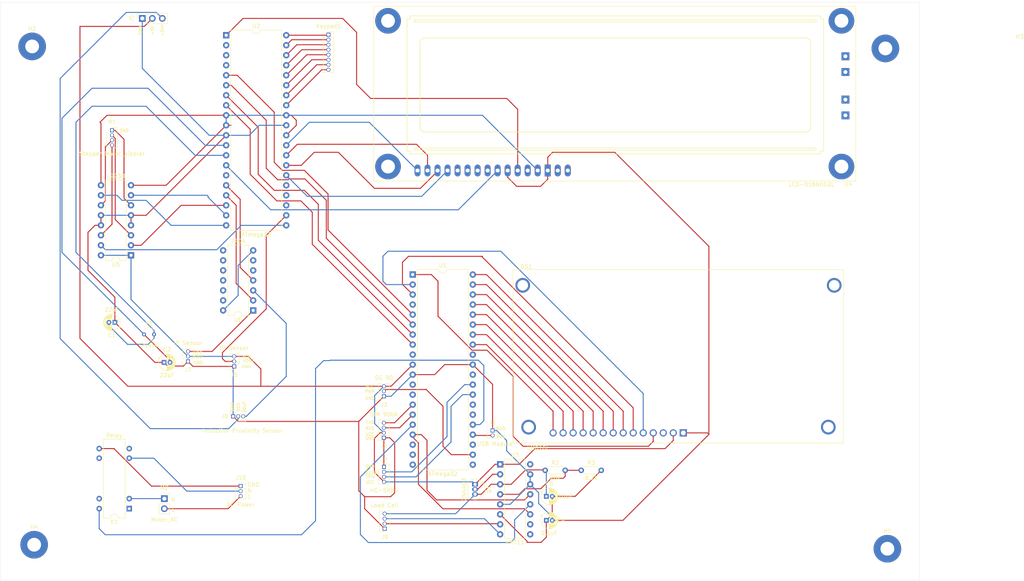
<source format=kicad_pcb>
(kicad_pcb (version 20211014) (generator pcbnew)
  (layers (0 "F.Cu" signal) (31 "B.Cu" signal) (34 "B.Paste" user) (35 "F.Paste" user) (36 "B.SilkS" user "B.Silkscreen") (37 "F.SilkS" user "F.Silkscreen") (38 "B.Mask" user) (39 "F.Mask" user) (44 "Edge.Cuts" user))
  (net 0 "")
  (net 1 "Net-(J5-Pad3)")
  (net 3 "Net-(C4-Pad1)")
  (net 4 "Net-(C5-Pad1)")
  (net 5 "Net-(DS1-Pad4)")
  (net 6 "Net-(DS1-Pad7)")
  (net 7 "Net-(DS1-Pad8)")
  (net 8 "Net-(DS1-Pad9)")
  (net 9 "Net-(DS1-Pad5)")
  (net 10 "Net-(DS1-Pad6)")
  (net 11 "Net-(DS1-Pad10)")
  (net 12 "Net-(DS1-Pad11)")
  (net 13 "Net-(DS1-Pad12)")
  (net 14 "Net-(J2-Pad3)")
  (net 15 "Net-(J2-Pad4)")
  (net 16 "Net-(J3-Pad2)")
  (net 18 "Net-(C1-Pad1)")
  (net 19 "Net-(C1-Pad2)")
  (net 20 "Net-(C2-Pad2)")
  (net 21 "Net-(DS1-Pad2)")
  (net 30 "Net-(J4-Pad3)")
  (net 32 "Net-(J1-Pad2)")
  (net 33 "Net-(J4-Pad2)")
  (net 34 "Net-(DS1-Pad13)")
  (net 35 "Net-(DS1-Pad14)")
  (net 36 "Net-(J6-Pad2)")
  (net 37 "Net-(Q1-Pad2)")
  (net 38 "Net-(R2-Pad2)")
  (net 39 "Net-(U1-Pad16)")
  (net 40 "Net-(U1-Pad17)")
  (net 41 "Net-(U3-Pad7)")
  (net 42 "Net-(U3-Pad8)")
  (net 47 "unconnected-(U1-Pad13)")
  (net 49 "Net-(J7-Pad3)")
  (net 50 "Net-(J8-Pad3)")
  (net 51 "Net-(Keypad1-Pad1)")
  (net 52 "Net-(Keypad1-Pad2)")
  (net 53 "Net-(Keypad1-Pad3)")
  (net 54 "Net-(Keypad1-Pad4)")
  (net 55 "Net-(Keypad1-Pad5)")
  (net 56 "Net-(Keypad1-Pad6)")
  (net 57 "Net-(Keypad1-Pad7)")
  (net 58 "Net-(Keypad1-Pad8)")
  (net 59 "Net-(M1-Pad1)")
  (net 60 "Net-(M1-Pad3)")
  (net 61 "Net-(U1-Pad8)")
  (net 62 "Net-(U1-Pad7)")
  (net 63 "Net-(U1-Pad6)")
  (net 64 "Net-(U1-Pad5)")
  (net 65 "Net-(U2-Pad1)")
  (net 69 "Net-(U2-Pad14)")
  (net 71 "Net-(U2-Pad16)")
  (net 72 "Net-(U2-Pad17)")
  (net 73 "Net-(U2-Pad18)")
  (net 74 "Net-(U2-Pad19)")
  (net 75 "Net-(U2-Pad20)")
  (net 76 "Net-(U2-Pad21)")
  (net 80 "Net-(U2-Pad26)")
  (net 81 "Net-(U2-Pad27)")
  (net 82 "Net-(U2-Pad28)")
  (net 83 "Net-(U2-Pad29)")
  (net 98 "Gnd")
  (net 105 "Net-(M1-Pad2)")
  (net 106 "Net-(M1-Pad4)")
  (net 107 "Net-(J10-Pad1)")
  (net 108 "Net-(J10-Pad2)")
  (net 109 "Net-(J10-Pad3)")
  (net 110 "Net-(K1-Pad2)")
  (net 111 "Net-(U1-Pad25)")
  (footprint "Package_TO_SOT_THT:TO-92_Inline" (layer "F.Cu") (at 149.9285 156.3745 -90)
    (fp_text reference "Q1")
    (fp_text value "2N4403")
  )
  (footprint "Connector_PinSocket_1.27mm:PinSocket_1x04_P1.27mm_Vertical" (layer "F.Cu") (at 57.8485 66.4975)
    (fp_text reference "M1")
    (fp_text value "Stepper_Motor_bipolar")
  )
  (footprint "Connector_PinSocket_1.27mm:PinSocket_1x03_P1.27mm_Vertical" (layer "F.Cu") (at 126.8145 134.0225 180)
    (fp_text reference "J3")
    (fp_text value "SG 90")
  )
  (footprint "MountingHole:MountingHole_3.5mm_Pad" (layer "F.Cu") (at 254.508 172.72)
    (fp_text reference "H1")
    (fp_text value "MountingHole")
  )
  (footprint "Connector_PinSocket_2.54mm:PinSocket_1x03_P2.54mm_Vertical" (layer "F.Cu") (at 65.532 38.1 90)
    (fp_text reference "J5")
    (fp_text value "Conn_01x03")
  )
  (footprint "Connector_PinSocket_2.54mm:PinSocket_1x02_P2.54mm_Vertical" (layer "F.Cu") (at 71.12 160.02)
    (fp_text reference "M2")
    (fp_text value "Motor_AC")
  )
  (footprint "Crystal:Crystal_AT310_D3.0mm_L10.0mm_Vertical" (layer "F.Cu") (at 65.9765 118.3135)
    (fp_text reference "Y1")
    (fp_text value "Crystal")
  )
  (footprint "MountingHole:MountingHole_3.5mm_Pad" (layer "F.Cu") (at 254 45.72)
    (fp_text reference "H3")
    (fp_text value "MountingHole")
  )
  (footprint "ICT Project 2:LCD_LM016L" (layer "F.Cu") (at 202.7405 143.3125)
    (fp_text reference "DS1")
    (fp_text value "LM016L")
  )
  (footprint "Package_DIP:DIP-40_W15.24mm" (layer "F.Cu") (at 134.112 103.124)
    (fp_text reference "U1")
    (fp_text value "ATmega32")
  )
  (footprint "Relay_THT:Relay_StandexMeder_DIP_LowProfile" (layer "F.Cu") (at 62.22 162.54 180)
    (fp_text reference "K1")
    (fp_text value "Relay")
  )
  (footprint "Connector_PinSocket_1.27mm:PinSocket_1x08_P1.27mm_Vertical" (layer "F.Cu") (at 112.7375 42.2355)
    (fp_text reference "Keypad1")
    (fp_text value "Conn_01x08_Female")
  )
  (footprint "MountingHole:MountingHole_3.5mm_Pad" (layer "F.Cu") (at 38.1 171.704)
    (fp_text reference "H4")
    (fp_text value "MountingHole")
  )
  (footprint "Package_DIP:DIP-14_W7.62mm" (layer "F.Cu") (at 93.6525 112.2225 180)
    (fp_text reference "U6")
    (fp_text value "7404")
  )
  (footprint "Display:LCD-016N002L" (layer "F.Cu") (at 168.3565 76.711 180)
    (fp_text reference "U4")
    (fp_text value "LCD-016N002L")
  )
  (footprint "Connector_PinSocket_1.27mm:PinSocket_1x04_P1.27mm_Vertical" (layer "F.Cu") (at 127 167.64 180)
    (fp_text reference "J9")
    (fp_text value "Load Cell")
  )
  (footprint "Package_DIP:DIP-16_W7.62mm" (layer "F.Cu") (at 62.6645 98.2325 180)
    (fp_text reference "U5")
    (fp_text value "L293D")
  )
  (footprint "Capacitor_THT:CP_Radial_D4.0mm_P1.50mm" (layer "F.Cu") (at 168.001901 159.4225)
    (fp_text reference "C5")
    (fp_text value "10uF")
  )
  (footprint "Connector_PinSocket_1.27mm:PinSocket_1x03_P1.27mm_Vertical" (layer "F.Cu") (at 88.8365 126.4415 180)
    (fp_text reference "J6")
    (fp_text value "IR Sensor")
  )
  (footprint "Package_DIP:DIP-40_W15.24mm" (layer "F.Cu") (at 86.8045 42.3725)
    (fp_text reference "U2")
    (fp_text value "ATmega32")
  )
  (footprint "Capacitor_THT:CP_Radial_D4.0mm_P1.50mm" (layer "F.Cu") (at 168.001901 165.5185)
    (fp_text reference "C4")
    (fp_text value "0.1uF")
  )
  (footprint "Capacitor_THT:CP_Radial_D4.0mm_P1.50mm" (layer "F.Cu") (at 58.5711 115.2655 180)
    (fp_text reference "C1")
    (fp_text value "22pF")
  )
  (footprint "Capacitor_THT:CP_Radial_D4.0mm_P1.50mm" (layer "F.Cu") (at 71.0565 125.4255)
    (fp_text reference "C2")
    (fp_text value "22pF")
  )
  (footprint "Connector_PinSocket_1.27mm:PinSocket_1x04_P1.27mm_Vertical" (layer "F.Cu") (at 126.7895 144.5585 180)
    (fp_text reference "J2")
    (fp_text value "SIM 900A")
  )
  (footprint "Package_DIP:DIP-14_W7.62mm" (layer "F.Cu") (at 156.2885 151.2895)
    (fp_text reference "U3")
    (fp_text value "HX711")
  )
  (footprint "Connector_PinSocket_1.27mm:PinSocket_1x02_P1.27mm_Vertical" (layer "F.Cu") (at 154.3685 142.6975)
    (fp_text reference "J1")
    (fp_text value "USB Module")
  )
  (footprint "Resistor_THT:R_Axial_DIN0204_L3.6mm_D1.6mm_P5.08mm_Horizontal" (layer "F.Cu") (at 176.8525 152.8185)
    (fp_text reference "R3")
    (fp_text value "8.2k")
  )
  (footprint "Connector_PinSocket_1.27mm:PinSocket_1x04_P1.27mm_Vertical" (layer "F.Cu") (at 126.8395 151.9345)
    (fp_text reference "J4")
    (fp_text value "HC-SR04")
  )
  (footprint "MountingHole:MountingHole_3.5mm_Pad" (layer "F.Cu") (at 37.592 45.212)
    (fp_text reference "H2")
    (fp_text value "MountingHole")
  )
  (footprint "Connector_PinSocket_1.27mm:PinSocket_1x03_P1.27mm_Vertical" (layer "F.Cu") (at 77.1275 125.1765 180)
    (fp_text reference "J7")
    (fp_text value "IR Sensor")
  )
  (footprint "Connector_PinSocket_1.27mm:PinSocket_1x03_P1.27mm_Vertical" (layer "F.Cu") (at 88.5775 139.1165 90)
    (fp_text reference "J8")
    (fp_text value "Inductive Proximity Sensor")
  )
  (footprint "Resistor_THT:R_Axial_DIN0204_L3.6mm_D1.6mm_P5.08mm_Horizontal" (layer "F.Cu") (at 167.7085 152.8185)
    (fp_text reference "R2")
    (fp_text value "20k")
  )
  (footprint "Connector_PinSocket_1.27mm:PinSocket_1x03_P1.27mm_Vertical" (layer "F.Cu") (at 90.48 156.83)
    (fp_text reference "J10")
    (fp_text value "AC Power")
  )
  (gr_line (start 243.3805 101.8525) (end 243.3805 145.8525) (layer "F.SilkS") (width 0.12))
  (gr_line (start 159.5605 101.8525) (end 159.5605 145.8525) (layer "F.SilkS") (width 0.12))
  (gr_rect (start 29.464 34.036) (end 262.636 180.848) (layer "Edge.Cuts") (width 0.05) (fill none))
  (gr_text "RXD" (at 123.2585 142.1505) (layer "F.SilkS") (effects (font (size 0.75 0.75))))
  (gr_text "GND" (at 88.392 136.652 90) (layer "F.SilkS") (effects (font (size 0.75 0.75))))
  (gr_text "TRIG" (at 123.2585 154.3425) (layer "F.SilkS") (effects (font (size 0.75 0.75))))
  (gr_text "VCC" (at 79.756 122.936) (layer "F.SilkS") (effects (font (size 0.75 0.75))))
  (gr_text "VOUT" (at 79.756 123.952) (layer "F.SilkS") (effects (font (size 0.75 0.75))))
  (gr_text "GND" (at 123.2585 134.5305) (layer "F.SilkS") (effects (font (size 0.75 0.75))))
  (gr_text "VOUT" (at 91.44 136.652 90) (layer "F.SilkS") (effects (font (size 0.75 0.75))))
  (gr_text "VCC" (at 123.2585 155.8665) (layer "F.SilkS") (effects (font (size 0.75 0.75))))
  (gr_text "GND" (at 65.024 41.148 90) (layer "F.SilkS") (effects (font (size 0.75 0.75))))
  (gr_text "+24V" (at 70.612 41.148 90) (layer "F.SilkS") (effects (font (size 0.75 0.75))))
  (gr_text "PWM" (at 123.2585 132.7525) (layer "F.SilkS") (effects (font (size 0.75 0.75))))
  (gr_text "TXD" (at 123.2585 140.6265) (layer "F.SilkS") (effects (font (size 0.75 0.75))))
  (gr_text "VOUT" (at 92.456 124.968) (layer "F.SilkS") (effects (font (size 0.75 0.75))))
  (gr_text "+5V" (at 68.072 41.148 90) (layer "F.SilkS") (effects (font (size 0.75 0.75))))
  (gr_text "VCC" (at 123.2585 131.4825) (layer "F.SilkS") (effects (font (size 0.75 0.75))))
  (gr_text "GND" (at 91.948 126.492) (layer "F.SilkS") (effects (font (size 0.75 0.75))))
  (gr_text "GND" (at 123.2585 144.6905) (layer "F.SilkS") (effects (font (size 0.75 0.75))))
  (gr_text "VCC" (at 156.464 144.272) (layer "F.SilkS") (effects (font (size 0.75 0.75))))
  (gr_text "GND" (at 60.96 66.548) (layer "F.SilkS") (effects (font (size 0.75 0.75))))
  (gr_text "GND" (at 156.464 142.24) (layer "F.SilkS") (effects (font (size 0.75 0.75))))
  (gr_text "N" (at 73.406 160.274) (layer "F.SilkS") (effects (font (size 1 1))))
  (gr_text "VCC" (at 89.916 136.652 90) (layer "F.SilkS") (effects (font (size 0.75 0.75))))
  (gr_text "VCC" (at 123.2585 143.6745) (layer "F.SilkS") (effects (font (size 0.75 0.75))))
  (gr_text "N" (at 92.71 157.988) (layer "F.SilkS") (effects (font (size 1 1))))
  (gr_text "GND" (at 79.756 125.476) (layer "F.SilkS") (effects (font (size 0.75 0.75))))
  (gr_text "VCC" (at 91.948 123.952) (layer "F.SilkS") (effects (font (size 0.75 0.75))))
  (gr_text "L" (at 73.406 162.814) (layer "F.SilkS") (effects (font (size 1 1))))
  (gr_text "L" (at 92.71 159.512) (layer "F.SilkS") (effects (font (size 1 1))))
  (gr_text "GND" (at 93.726 156.464) (layer "F.SilkS") (effects (font (size 1 1))))
  (gr_text "GND" (at 123.2585 151.8025) (layer "F.SilkS") (effects (font (size 0.75 0.75))))
  (gr_text "ECHO" (at 123.7665 153.3265) (layer "F.SilkS") (effects (font (size 0.75 0.75))))
  (segment (start 44.69898 53.34502) (end 61.468 36.576) (width 0.25) (layer "B.Cu") (net 1))
  (segment (start 61.468 36.576) (end 69.088 36.576) (width 0.25) (layer "B.Cu") (net 1))
  (segment (start 67.564 142.24) (end 44.69898 119.37498) (width 0.25) (layer "B.Cu") (net 1))
  (segment (start 69.088 36.576) (end 70.612 38.1) (width 0.25) (layer "B.Cu") (net 1))
  (segment (start 87.431106 142.24) (end 67.564 142.24) (width 0.25) (layer "B.Cu") (net 1))
  (segment (start 44.69898 119.37498) (end 44.69898 53.34502) (width 0.25) (layer "B.Cu") (net 1))
  (segment (start 89.8475 139.823606) (end 87.431106 142.24) (width 0.25) (layer "B.Cu") (net 1))
  (segment (start 89.8475 139.1165) (end 89.8475 139.823606) (width 0.25) (layer "B.Cu") (net 1))
  (segment (start 168.001901 169.797099) (end 168.001901 165.5185) (width 0.25) (layer "F.Cu") (net 3))
  (segment (start 156.2885 163.9895) (end 163.1365 170.8375) (width 0.25) (layer "F.Cu") (net 3))
  (segment (start 166.6925 171.1065) (end 168.001901 169.797099) (width 0.25) (layer "F.Cu") (net 3))
  (segment (start 169.501901 159.4225) (end 175.3285 159.4225) (width 0.25) (layer "F.Cu") (net 3))
  (segment (start 175.3285 159.4225) (end 181.9325 152.8185) (width 0.25) (layer "F.Cu") (net 3))
  (segment (start 163.1365 170.8375) (end 163.1365 171.1065) (width 0.25) (layer "F.Cu") (net 3))
  (segment (start 163.1365 171.1065) (end 166.6925 171.1065) (width 0.25) (layer "F.Cu") (net 3))
  (segment (start 168.001901 165.5185) (end 169.501901 164.0185) (width 0.25) (layer "F.Cu") (net 3))
  (segment (start 169.501901 164.0185) (end 169.501901 159.4225) (width 0.25) (layer "F.Cu") (net 3))
  (segment (start 159.0775 156.3695) (end 162.742011 152.704989) (width 0.25) (layer "F.Cu") (net 4))
  (segment (start 167.594989 152.704989) (end 167.7085 152.8185) (width 0.25) (layer "F.Cu") (net 4))
  (segment (start 153.9975 156.3695) (end 156.2885 156.3695) (width 0.25) (layer "F.Cu") (net 4))
  (segment (start 151.4525 158.9145) (end 153.9975 156.3695) (width 0.25) (layer "F.Cu") (net 4))
  (segment (start 162.742011 152.704989) (end 167.594989 152.704989) (width 0.25) (layer "F.Cu") (net 4))
  (segment (start 156.2885 156.3695) (end 159.0775 156.3695) (width 0.25) (layer "F.Cu") (net 4))
  (segment (start 149.9285 158.9145) (end 151.4525 158.9145) (width 0.25) (layer "F.Cu") (net 4))
  (segment (start 168.001901 159.4225) (end 168.001901 153.111901) (width 0.25) (layer "B.Cu") (net 4))
  (segment (start 145.013 163.83) (end 149.9285 158.9145) (width 0.25) (layer "B.Cu") (net 4))
  (segment (start 168.001901 153.111901) (end 167.7085 152.8185) (width 0.25) (layer "B.Cu") (net 4))
  (segment (start 127 163.83) (end 145.013 163.83) (width 0.25) (layer "B.Cu") (net 4))
  (segment (start 195.1205 145.4325) (end 195.1405 145.4525) (width 0.25) (layer "F.Cu") (net 5))
  (segment (start 159.5805 128.9425) (end 152.957489 122.319489) (width 0.25) (layer "F.Cu") (net 5))
  (segment (start 152.957489 122.319489) (end 149.147489 122.319489) (width 0.25) (layer "F.Cu") (net 5))
  (segment (start 149.147489 122.319489) (end 140.5305 113.7025) (width 0.25) (layer "F.Cu") (net 5))
  (segment (start 140.5305 104.8125) (end 138.842 103.124) (width 0.25) (layer "F.Cu") (net 5))
  (segment (start 138.842 103.124) (end 134.112 103.124) (width 0.25) (layer "F.Cu") (net 5))
  (segment (start 195.1205 143.3125) (end 195.1205 145.4325) (width 0.25) (layer "F.Cu") (net 5))
  (segment (start 195.1405 145.4525) (end 193.8705 146.7225) (width 0.25) (layer "F.Cu") (net 5))
  (segment (start 159.5805 144.1825) (end 159.5805 128.9425) (width 0.25) (layer "F.Cu") (net 5))
  (segment (start 162.1205 146.7225) (end 159.5805 144.1825) (width 0.25) (layer "F.Cu") (net 5))
  (segment (start 193.8705 146.7225) (end 162.1205 146.7225) (width 0.25) (layer "F.Cu") (net 5))
  (segment (start 140.5305 113.7025) (end 140.5305 104.8125) (width 0.25) (layer "F.Cu") (net 5))
  (segment (start 187.5205 137.8325) (end 152.812 103.124) (width 0.25) (layer "F.Cu") (net 6))
  (segment (start 187.5005 143.3125) (end 187.5005 137.8525) (width 0.25) (layer "F.Cu") (net 6))
  (segment (start 187.5005 137.8525) (end 187.5205 137.8325) (width 0.25) (layer "F.Cu") (net 6))
  (segment (start 152.812 103.124) (end 149.352 103.124) (width 0.25) (layer "F.Cu") (net 6))
  (segment (start 184.9805 143.2925) (end 184.9605 143.3125) (width 0.25) (layer "F.Cu") (net 7))
  (segment (start 149.352 105.664) (end 152.812 105.664) (width 0.25) (layer "F.Cu") (net 7))
  (segment (start 152.812 105.664) (end 184.9805 137.8325) (width 0.25) (layer "F.Cu") (net 7))
  (segment (start 184.9805 137.8325) (end 184.9805 143.2925) (width 0.25) (layer "F.Cu") (net 7))
  (segment (start 182.4205 137.8525) (end 182.4405 137.8325) (width 0.25) (layer "F.Cu") (net 8))
  (segment (start 152.812 108.204) (end 149.352 108.204) (width 0.25) (layer "F.Cu") (net 8))
  (segment (start 182.4405 137.8325) (end 152.812 108.204) (width 0.25) (layer "F.Cu") (net 8))
  (segment (start 182.4205 143.3125) (end 182.4205 137.8525) (width 0.25) (layer "F.Cu") (net 8))
  (segment (start 192.5805 133.325962) (end 156.447038 97.1925) (width 0.25) (layer "B.Cu") (net 9))
  (segment (start 127.8305 97.1925) (end 126.5605 98.4625) (width 0.25) (layer "B.Cu") (net 9))
  (segment (start 156.447038 97.1925) (end 127.8305 97.1925) (width 0.25) (layer "B.Cu") (net 9))
  (segment (start 192.5805 143.3125) (end 192.5805 133.325962) (width 0.25) (layer "B.Cu") (net 9))
  (segment (start 126.5605 98.4625) (end 126.5605 104.8125) (width 0.25) (layer "B.Cu") (net 9))
  (segment (start 127.412 105.664) (end 134.112 105.664) (width 0.25) (layer "B.Cu") (net 9))
  (segment (start 126.5605 104.8125) (end 127.412 105.664) (width 0.25) (layer "B.Cu") (net 9))
  (segment (start 190.0405 143.3125) (end 190.0405 136.959038) (width 0.25) (layer "F.Cu") (net 10))
  (segment (start 131.5085 100.0255) (end 133.0325 98.5015) (width 0.25) (layer "F.Cu") (net 10))
  (segment (start 131.5085 105.6005) (end 131.5085 100.0255) (width 0.25) (layer "F.Cu") (net 10))
  (segment (start 133.0325 98.5015) (end 151.8285 98.5015) (width 0.25) (layer "F.Cu") (net 10))
  (segment (start 190.0405 136.959038) (end 151.543962 98.4625) (width 0.25) (layer "F.Cu") (net 10))
  (segment (start 134.112 108.204) (end 131.5085 105.6005) (width 0.25) (layer "F.Cu") (net 10))
  (segment (start 152.812 110.744) (end 179.9005 137.8325) (width 0.25) (layer "F.Cu") (net 11))
  (segment (start 149.352 110.744) (end 152.812 110.744) (width 0.25) (layer "F.Cu") (net 11))
  (segment (start 179.9005 137.8325) (end 179.8805 137.8525) (width 0.25) (layer "F.Cu") (net 11))
  (segment (start 179.8805 137.8525) (end 179.8805 143.3125) (width 0.25) (layer "F.Cu") (net 11))
  (segment (start 177.3405 137.8525) (end 177.3605 137.8325) (width 0.25) (layer "F.Cu") (net 12))
  (segment (start 152.812 113.284) (end 149.352 113.284) (width 0.25) (layer "F.Cu") (net 12))
  (segment (start 177.3405 143.3125) (end 177.3405 137.8525) (width 0.25) (layer "F.Cu") (net 12))
  (segment (start 177.3605 137.8325) (end 152.812 113.284) (width 0.25) (layer "F.Cu") (net 12))
  (segment (start 152.812 115.824) (end 174.8205 137.8325) (width 0.25) (layer "F.Cu") (net 13))
  (segment (start 149.352 115.824) (end 152.812 115.824) (width 0.25) (layer "F.Cu") (net 13))
  (segment (start 174.8005 137.8525) (end 174.8005 143.3125) (width 0.25) (layer "F.Cu") (net 13))
  (segment (start 174.8205 137.8325) (end 174.8005 137.8525) (width 0.25) (layer "F.Cu") (net 13))
  (segment (start 126.7895 142.0185) (end 130.7775 142.0185) (width 0.25) (layer "F.Cu") (net 14))
  (segment (start 130.7775 142.0185) (end 134.112 138.684) (width 0.25) (layer "F.Cu") (net 14))
  (segment (start 129.5075 140.7485) (end 134.112 136.144) (width 0.25) (layer "F.Cu") (net 15))
  (segment (start 126.7895 140.7485) (end 129.5075 140.7485) (width 0.25) (layer "F.Cu") (net 15))
  (segment (start 137.435991 132.307011) (end 127.259989 132.307011) (width 0.25) (layer "F.Cu") (net 16))
  (segment (start 141.8005 146.7225) (end 141.8005 136.5625) (width 0.25) (layer "F.Cu") (net 16))
  (segment (start 149.352 148.844) (end 143.922 148.844) (width 0.25) (layer "F.Cu") (net 16))
  (segment (start 127.259989 132.307011) (end 126.8145 132.7525) (width 0.25) (layer "F.Cu") (net 16))
  (segment (start 143.922 148.844) (end 141.8005 146.7225) (width 0.25) (layer "F.Cu") (net 16))
  (segment (start 137.490501 132.252501) (end 137.435991 132.307011) (width 0.25) (layer "F.Cu") (net 16))
  (segment (start 141.8005 136.5625) (end 137.490501 132.252501) (width 0.25) (layer "F.Cu") (net 16))
  (segment (start 62.6645 88.0725) (end 62.6645 90.6125) (width 0.25) (layer "F.Cu") (net 18))
  (segment (start 58.5711 115.2655) (end 58.5711 108.8761) (width 0.25) (layer "F.Cu") (net 18))
  (segment (start 127 167.64) (end 121.92 162.56) (width 0.25) (layer "F.Cu") (net 18))
  (segment (start 75.953989 126.350011) (end 77.1275 125.1765) (width 0.25) (layer "F.Cu") (net 18))
  (segment (start 121.92 159.512) (end 128.524 159.512) (width 0.25) (layer "F.Cu") (net 18))
  (segment (start 129.54 158.496) (end 129.54 145.796) (width 0.25) (layer "F.Cu") (net 18))
  (segment (start 66.5045 88.0725) (end 86.8045 67.7725) (width 0.25) (layer "F.Cu") (net 18))
  (segment (start 126.7895 144.5585) (end 126.7895 151.8845) (width 0.25) (layer "F.Cu") (net 18))
  (segment (start 169.501901 165.5185) (end 187.4275 165.5185) (width 0.25) (layer "F.Cu") (net 18))
  (segment (start 120.430025 158.022025) (end 121.92 159.512) (width 0.25) (layer "F.Cu") (net 18))
  (segment (start 71.981011 126.350011) (end 75.953989 126.350011) (width 0.25) (layer "F.Cu") (net 18))
  (segment (start 166.5605 80.7215) (end 168.3565 78.9255) (width 0.25) (layer "F.Cu") (net 18))
  (segment (start 209.2325 95.9615) (end 185.3565 72.0855) (width 0.25) (layer "F.Cu") (net 18))
  (segment (start 154.3685 131.0005) (end 149.352 125.984) (width 0.25) (layer "F.Cu") (net 18))
  (segment (start 120.430025 140.406975) (end 126.8145 134.0225) (width 0.25) (layer "F.Cu") (net 18))
  (segment (start 51.7525 92.4055) (end 53.5455 90.6125) (width 0.25) (layer "F.Cu") (net 18))
  (segment (start 158.1965 76.711) (end 158.1965 78.4535) (width 0.25) (layer "F.Cu") (net 18))
  (segment (start 168.3565 73.3375) (end 168.3565 76.711) (width 0.25) (layer "F.Cu") (net 18))
  (segment (start 169.6085 72.0855) (end 168.3565 73.3375) (width 0.25) (layer "F.Cu") (net 18))
  (segment (start 160.4645 80.7215) (end 166.5605 80.7215) (width 0.25) (layer "F.Cu") (net 18))
  (segment (start 121.92 162.56) (end 121.92 159.512) (width 0.25) (layer "F.Cu") (net 18))
  (segment (start 126.7895 151.8845) (end 126.8395 151.9345) (width 0.25) (layer "F.Cu") (net 18))
  (segment (start 134.112 128.524) (end 139.679 128.524) (width 0.25) (layer "F.Cu") (net 18))
  (segment (start 168.3565 78.9255) (end 168.3565 76.711) (width 0.25) (layer "F.Cu") (net 18))
  (segment (start 208.8315 143.3125) (end 209.2325 143.7135) (width 0.25) (layer "F.Cu") (net 18))
  (segment (start 202.7405 143.3125) (end 208.8315 143.3125) (width 0.25) (layer "F.Cu") (net 18))
  (segment (start 88.8365 126.4415) (end 78.3925 126.4415) (width 0.25) (layer "F.Cu") (net 18))
  (segment (start 126.7895 144.5585) (end 128.3025 144.5585) (width 0.25) (layer "F.Cu") (net 18))
  (segment (start 154.3685 142.6975) (end 154.3685 131.0005) (width 0.25) (layer "F.Cu") (net 18))
  (segment (start 158.1965 78.4535) (end 160.4645 80.7215) (width 0.25) (layer "F.Cu") (net 18))
  (segment (start 53.5455 90.6125) (end 55.0445 90.6125) (width 0.25) (layer "F.Cu") (net 18))
  (segment (start 209.2325 143.7135) (end 209.2325 95.9615) (width 0.25) (layer "F.Cu") (net 18))
  (segment (start 62.6645 88.0725) (end 66.5045 88.0725) (width 0.25) (layer "F.Cu") (net 18))
  (segment (start 68.7311 125.4255) (end 58.5711 115.2655) (width 0.25) (layer "F.Cu") (net 18))
  (segment (start 58.5711 108.8761) (end 51.7525 102.0575) (width 0.25) (layer "F.Cu") (net 18))
  (segment (start 51.7525 102.0575) (end 51.7525 92.4055) (width 0.25) (layer "F.Cu") (net 18))
  (segment (start 142.219 125.984) (end 149.352 125.984) (width 0.25) (layer "F.Cu") (net 18))
  (segment (start 78.3925 126.4415) (end 77.1275 125.1765) (width 0.25) (layer "F.Cu") (net 18))
  (segment (start 128.3025 144.5585) (end 129.54 145.796) (width 0.25) (layer "F.Cu") (net 18))
  (segment (start 89.867975 140.406975) (end 120.430025 140.406975) (width 0.25) (layer "F.Cu") (net 18))
  (segment (start 71.0565 125.4255) (end 68.7311 125.4255) (width 0.25) (layer "F.Cu") (net 18))
  (segment (start 187.4275 165.5185) (end 209.2325 143.7135) (width 0.25) (layer "F.Cu") (net 18))
  (segment (start 71.0565 125.4255) (end 71.981011 126.350011) (width 0.25) (layer "F.Cu") (net 18))
  (segment (start 88.5775 139.1165) (end 89.867975 140.406975) (width 0.25) (layer "F.Cu") (net 18))
  (segment (start 55.0445 88.0725) (end 55.0445 90.6125) (width 0.25) (layer "F.Cu") (net 18))
  (segment (start 185.3565 72.0855) (end 169.6085 72.0855) (width 0.25) (layer "F.Cu") (net 18))
  (segment (start 139.679 128.524) (end 142.219 125.984) (width 0.25) (layer "F.Cu") (net 18))
  (segment (start 128.524 159.512) (end 129.54 158.496) (width 0.25) (layer "F.Cu") (net 18))
  (segment (start 120.430025 140.406975) (end 120.430025 158.022025) (width 0.25) (layer "F.Cu") (net 18))
  (segment (start 163.9085 153.8295) (end 163.9085 156.3695) (width 0.25) (layer "B.Cu") (net 18))
  (segment (start 163.9085 153.8295) (end 157.9245 147.8455) (width 0.25) (layer "B.Cu") (net 18))
  (segment (start 86.8045 67.7725) (end 92.6415 67.7725) (width 0.25) (layer "B.Cu") (net 18))
  (segment (start 158.8285 161.4495) (end 163.9085 156.3695) (width 0.25) (layer "B.Cu") (net 18))
  (segment (start 128.6135 134.0225) (end 134.112 128.524) (width 0.25) (layer "B.Cu") (net 18))
  (segment (start 126.8145 134.0225) (end 128.6135 134.0225) (width 0.25) (layer "B.Cu") (net 18))
  (segment (start 88.5775 126.7005) (end 88.8365 126.4415) (width 0.25) (layer "B.Cu") (net 18))
  (segment (start 169.501901 164.669972) (end 166.0525 161.220571) (width 0.25) (layer "B.Cu") (net 18))
  (segment (start 86.8045 67.7725) (end 82.5045 67.7725) (width 0.25) (layer "B.Cu") (net 18))
  (segment (start 166.0525 161.220571) (end 166.0525 158.5135) (width 0.25) (layer "B.Cu") (net 18))
  (segment (start 155.3845 142.6975) (end 154.3685 142.6975) (width 0.25) (layer "B.Cu") (net 18))
  (segment (start 157.9245 145.2375) (end 155.3845 142.6975) (width 0.25) (layer "B.Cu") (net 18))
  (segment (start 157.9245 147.8455) (end 157.9245 145.2375) (width 0.25) (layer "B.Cu") (net 18))
  (segment (start 88.5775 139.1165) (end 88.5775 126.7005) (width 0.25) (layer "B.Cu") (net 18))
  (segment (start 65.532 50.8) (end 65.532 38.1) (width 0.25) (layer "B.Cu") (net 18))
  (segment (start 169.501901 165.5185) (end 169.501901 164.669972) (width 0.25) (layer "B.Cu") (net 18))
  (segment (start 95.1815 65.2325) (end 102.0445 65.2325) (width 0.25) (layer "B.Cu") (net 18))
  (segment (start 126.4675 134.0225) (end 126.8145 134.0225) (width 0.25) (layer "B.Cu") (net 18))
  (segment (start 166.0525 158.5135) (end 163.9085 156.3695) (width 0.25) (layer "B.Cu") (net 18))
  (segment (start 82.5045 67.7725) (end 65.532 50.8) (width 0.25) (layer "B.Cu") (net 18))
  (segment (start 156.2885 161.4495) (end 158.8285 161.4495) (width 0.25) (layer "B.Cu") (net 18))
  (segment (start 92.6415 67.7725) (end 95.1815 65.2325) (width 0.25) (layer "B.Cu") (net 18))
  (segment (start 62.6645 88.0725) (end 55.0445 88.0725) (width 0.25) (layer "B.Cu") (net 18))
  (segment (start 78.9355 72.8525) (end 66.4845 60.4015) (width 0.25) (layer "B.Cu") (net 19))
  (segment (start 61.810572 120.8535) (end 66.9925 120.8535) (width 0.25) (layer "B.Cu") (net 19))
  (segment (start 57.0711 115.2655) (end 57.0711 116.114028) (width 0.25) (layer "B.Cu") (net 19))
  (segment (start 86.8045 72.8525) (end 78.9355 72.8525) (width 0.25) (layer "B.Cu") (net 19))
  (segment (start 66.4845 60.4015) (end 52.7685 60.4015) (width 0.25) (layer "B.Cu") (net 19))
  (segment (start 48.7045 97.4855) (end 68.5165 117.2975) (width 0.25) (layer "B.Cu") (net 19))
  (segment (start 66.9925 120.8535) (end 68.5165 119.3295) (width 0.25) (layer "B.Cu") (net 19))
  (segment (start 57.0711 116.114028) (end 61.810572 120.8535) (width 0.25) (layer "B.Cu") (net 19))
  (segment (start 52.7685 60.4015) (end 48.7045 64.4655) (width 0.25) (layer "B.Cu") (net 19))
  (segment (start 48.7045 64.4655) (end 48.7045 97.4855) (width 0.25) (layer "B.Cu") (net 19))
  (segment (start 68.5165 119.3295) (end 68.5165 118.3135) (width 0.25) (layer "B.Cu") (net 19))
  (segment (start 68.5165 117.2975) (end 68.5165 118.3135) (width 0.25) (layer "B.Cu") (net 19))
  (segment (start 72.5565 125.4255) (end 72.5565 124.8935) (width 0.25) (layer "F.Cu") (net 20))
  (segment (start 72.5565 124.8935) (end 65.9765 118.3135) (width 0.25) (layer "F.Cu") (net 20))
  (segment (start 81.4755 70.3125) (end 86.8045 70.3125) (width 0.25) (layer "B.Cu") (net 20))
  (segment (start 45.1485 97.4855) (end 45.1485 63.4495) (width 0.25) (layer "B.Cu") (net 20))
  (segment (start 52.7685 55.8295) (end 66.9925 55.8295) (width 0.25) (layer "B.Cu") (net 20))
  (segment (start 66.9925 55.8295) (end 81.4755 70.3125) (width 0.25) (layer "B.Cu") (net 20))
  (segment (start 45.1485 63.4495) (end 52.7685 55.8295) (width 0.25) (layer "B.Cu") (net 20))
  (segment (start 65.9765 118.3135) (end 45.1485 97.4855) (width 0.25) (layer "B.Cu") (net 20))
  (segment (start 54.8005 64.4655) (end 55.0445 64.7095) (width 0.25) (layer "F.Cu") (net 21))
  (segment (start 165.1 147.32) (end 198.12 147.32) (width 0.25) (layer "F.Cu") (net 21))
  (segment (start 71.5845 80.4525) (end 86.8045 65.2325) (width 0.25) (layer "F.Cu") (net 21))
  (segment (start 69.7915 62.6925) (end 86.8045 62.6925) (width 0.25) (layer "F.Cu") (net 21))
  (segment (start 92.4055 123.9015) (end 95.5935 127.0895) (width 0.25) (layer "F.Cu") (net 21))
  (segment (start 124.3965 144.7295) (end 125.8375 143.2885) (width 0.25) (layer "F.Cu") (net 21))
  (segment (start 125.8375 143.2885) (end 126.7895 143.2885) (width 0.25) (layer "F.Cu") (net 21))
  (segment (start 155.0135 151.2895) (end 156.2885 151.2895) (width 0.25) (layer "F.Cu") (net 21))
  (segment (start 128.6135 131.4825) (end 134.112 125.984) (width 0.25) (layer "F.Cu") (net 21))
  (segment (start 88.0795 65.2325) (end 86.8045 65.2325) (width 0.25) (layer "F.Cu") (net 21))
  (segment (start 62.6645 80.4525) (end 71.5845 80.4525) (width 0.25) (layer "F.Cu") (net 21))
  (segment (start 49.7205 119.3295) (end 49.7205 40.0815) (width 0.25) (layer "F.Cu") (net 21))
  (segment (start 69.7815 62.6925) (end 69.7915 62.6925) (width 0.25) (layer "F.Cu") (net 21))
  (segment (start 124.3965 153.3015) (end 124.3965 144.7295) (width 0.25) (layer "F.Cu") (net 21))
  (segment (start 95.5935 127.0895) (end 95.5935 131.4825) (width 0.25) (layer "F.Cu") (net 21))
  (segment (start 66.04 40.132) (end 49.784 40.132) (width 0.25) (layer "F.Cu") (net 21))
  (segment (start 56.5735 62.6925) (end 54.8005 64.4655) (width 0.25) (layer "F.Cu") (net 21))
  (segment (start 104.5845 65.2325) (end 104.5845 63.9575) (width 0.25) (layer "F.Cu") (net 21))
  (segment (start 77.1325 123.9015) (end 77.1275 123.9065) (width 0.25) (layer "F.Cu") (net 21))
  (segment (start 55.0445 64.7095) (end 55.0445 80.4525) (width 0.25) (layer "F.Cu") (net 21))
  (segment (start 126.8395 155.7445) (end 124.3965 153.3015) (width 0.25) (layer "F.Cu") (net 21))
  (segment (start 126.8145 131.4825) (end 128.6135 131.4825) (width 0.25) (layer "F.Cu") (net 21))
  (segment (start 104.5845 63.9575) (end 103.3195 62.6925) (width 0.25) (layer "F.Cu") (net 21))
  (segment (start 200.2005 145.2395) (end 200.2005 143.3125) (width 0.25) (layer "F.Cu") (net 21))
  (segment (start 161.1305 151.2895) (end 165.1 147.32) (width 0.25) (layer "F.Cu") (net 21))
  (segment (start 61.8735 131.4825) (end 49.7205 119.3295) (width 0.25) (layer "F.Cu") (net 21))
  (segment (start 68.072 38.1) (end 66.04 40.132) (width 0.25) (layer "F.Cu") (net 21))
  (segment (start 198.12 147.32) (end 200.2005 145.2395) (width 0.25) (layer "F.Cu") (net 21))
  (segment (start 88.8365 123.9015) (end 92.4055 123.9015) (width 0.25) (layer "F.Cu") (net 21))
  (segment (start 156.2885 151.2895) (end 161.1305 151.2895) (width 0.25) (layer "F.Cu") (net 21))
  (segment (start 102.0445 67.7725) (end 104.5845 65.2325) (width 0.25) (layer "F.Cu") (net 21))
  (segment (start 97.4815 131.4825) (end 126.8145 131.4825) (width 0.25) (layer "F.Cu") (net 21))
  (segment (start 149.9285 156.3745) (end 155.0135 151.2895) (width 0.25) (layer "F.Cu") (net 21))
  (segment (start 69.7915 62.6925) (end 56.5735 62.6925) (width 0.25) (layer "F.Cu") (net 21))
  (segment (start 97.4815 131.4825) (end 95.5935 131.4825) (width 0.25) (layer "F.Cu") (net 21))
  (segment (start 95.5935 131.4825) (end 61.8735 131.4825) (width 0.25) (layer "F.Cu") (net 21))
  (segment (start 103.3195 62.6925) (end 102.0445 62.6925) (width 0.25) (layer "F.Cu") (net 21))
  (segment (start 126.8395 155.7445) (end 149.2985 155.7445) (width 0.25) (layer "B.Cu") (net 21))
  (segment (start 86.8045 62.6925) (end 86.8045 65.2325) (width 0.25) (layer "B.Cu") (net 21))
  (segment (start 88.8365 123.9015) (end 77.1325 123.9015) (width 0.25) (layer "B.Cu") (net 21))
  (segment (start 149.2985 155.7445) (end 149.9285 156.3745) (width 0.25) (layer "B.Cu") (net 21))
  (segment (start 62.6645 109.4435) (end 77.1275 123.9065) (width 0.25) (layer "B.Cu") (net 21))
  (segment (start 126.7895 143.2885) (end 124.46 140.959) (width 0.25) (layer "B.Cu") (net 21))
  (segment (start 165.8165 76.711) (end 151.798 62.6925) (width 0.25) (layer "B.Cu") (net 21))
  (segment (start 124.46 140.959) (end 124.46 133.837) (width 0.25) (layer "B.Cu") (net 21))
  (segment (start 124.46 133.837) (end 126.8145 131.4825) (width 0.25) (layer "B.Cu") (net 21))
  (segment (start 55.0445 98.2325) (end 62.6645 98.2325) (width 0.25) (layer "B.Cu") (net 21))
  (segment (start 62.6645 98.2325) (end 62.6645 109.4435) (width 0.25) (layer "B.Cu") (net 21))
  (segment (start 151.798 62.6925) (end 102.0445 62.6925) (width 0.25) (layer "B.Cu") (net 21))
  (segment (start 86.8045 62.6925) (end 102.0445 62.6925) (width 0.25) (layer "B.Cu") (net 21))
  (segment (start 143.8325 145.6135) (end 143.8325 136.5625) (width 0.25) (layer "B.Cu") (net 30))
  (segment (start 143.8325 145.7065) (end 143.8325 145.6135) (width 0.25) (layer "B.Cu") (net 30))
  (segment (start 134.9715 154.4745) (end 143.8325 145.6135) (width 0.25) (layer "B.Cu") (net 30))
  (segment (start 146.791 133.604) (end 149.352 133.604) (width 0.25) (layer "B.Cu") (net 30))
  (segment (start 126.8395 154.4745) (end 134.9715 154.4745) (width 0.25) (layer "B.Cu") (net 30))
  (segment (start 143.8325 136.5625) (end 146.791 133.604) (width 0.25) (layer "B.Cu") (net 30))
  (segment (start 149.5555 143.9675) (end 149.352 143.764) (width 0.25) (layer "F.Cu") (net 32))
  (segment (start 154.3685 143.9675) (end 149.5555 143.9675) (width 0.25) (layer "F.Cu") (net 32))
  (segment (start 147.299 131.064) (end 142.8165 135.5465) (width 0.25) (layer "B.Cu") (net 33))
  (segment (start 142.8165 135.5465) (end 142.8165 144.2698) (width 0.25) (layer "B.Cu") (net 33))
  (segment (start 149.352 131.064) (end 147.299 131.064) (width 0.25) (layer "B.Cu") (net 33))
  (segment (start 133.8818 153.2045) (end 126.8395 153.2045) (width 0.25) (layer "B.Cu") (net 33))
  (segment (start 142.8165 144.2698) (end 133.8818 153.2045) (width 0.25) (layer "B.Cu") (net 33))
  (segment (start 172.2605 137.8525) (end 172.2805 137.8325) (width 0.25) (layer "F.Cu") (net 34))
  (segment (start 172.2805 137.8325) (end 153.2305 118.7825) (width 0.25) (layer "F.Cu") (net 34))
  (segment (start 149.352 118.364) (end 152.812 118.364) (width 0.25) (layer "F.Cu") (net 34))
  (segment (start 172.2605 143.3125) (end 172.2605 137.8525) (width 0.25) (layer "F.Cu") (net 34))
  (segment (start 152.812 118.364) (end 153.2305 118.7825) (width 0.25) (layer "F.Cu") (net 34))
  (segment (start 152.812 120.904) (end 169.7405 137.8325) (width 0.25) (layer "F.Cu") (net 35))
  (segment (start 149.352 120.904) (end 152.812 120.904) (width 0.25) (layer "F.Cu") (net 35))
  (segment (start 169.7205 137.8525) (end 169.7205 143.3125) (width 0.25) (layer "F.Cu") (net 35))
  (segment (start 169.7405 137.8325) (end 169.7205 137.8525) (width 0.25) (layer "F.Cu") (net 35))
  (segment (start 102.0445 88.0925) (end 96.9645 93.1725) (width 0.25) (layer "F.Cu") (net 36))
  (segment (start 96.9645 111.8235) (end 85.852 122.936) (width 0.25) (layer "F.Cu") (net 36))
  (segment (start 85.852 124.46) (end 86.5635 125.1715) (width 0.25) (layer "F.Cu") (net 36))
  (segment (start 85.852 122.936) (end 85.852 124.46) (width 0.25) (layer "F.Cu") (net 36))
  (segment (start 96.9645 93.1725) (end 96.9645 111.8235) (width 0.25) (layer "F.Cu") (net 36))
  (segment (start 86.5635 125.1715) (end 88.8365 125.1715) (width 0.25) (layer "F.Cu") (net 36))
  (segment (start 88.5775 125.1665) (end 88.3285 124.9175) (width 0.25) (layer "B.Cu") (net 36))
  (segment (start 150.582522 157.6445) (end 154.392522 153.8345) (width 0.25) (layer "F.Cu") (net 37))
  (segment (start 154.392522 153.8345) (end 154.5005 153.8345) (width 0.25) (layer "F.Cu") (net 37))
  (segment (start 149.9285 157.6445) (end 150.582522 157.6445) (width 0.25) (layer "F.Cu") (net 37))
  (segment (start 154.5055 153.8295) (end 156.2885 153.8295) (width 0.25) (layer "F.Cu") (net 37))
  (segment (start 154.5005 153.8345) (end 154.5055 153.8295) (width 0.25) (layer "F.Cu") (net 37))
  (segment (start 150.1875 157.3855) (end 149.9285 157.6445) (width 0.25) (layer "B.Cu") (net 37))
  (segment (start 161.1095 158.9095) (end 162.524989 157.494011) (width 0.25) (layer "F.Cu") (net 38))
  (segment (start 162.524989 157.494011) (end 166.588989 157.494011) (width 0.25) (layer "F.Cu") (net 38))
  (segment (start 172.7885 154.3425) (end 172.7885 152.8185) (width 0.25) (layer "F.Cu") (net 38))
  (segment (start 169.2325 154.8505) (end 172.2805 154.8505) (width 0.25) (layer "F.Cu") (net 38))
  (segment (start 172.7885 152.8185) (end 176.8525 152.8185) (width 0.25) (layer "F.Cu") (net 38))
  (segment (start 156.2885 158.9095) (end 161.1095 158.9095) (width 0.25) (layer "F.Cu") (net 38))
  (segment (start 166.588989 157.494011) (end 169.2325 154.8505) (width 0.25) (layer "F.Cu") (net 38))
  (segment (start 172.2805 154.8505) (end 172.7885 154.3425) (width 0.25) (layer "F.Cu") (net 38))
  (segment (start 122.8725 171.1455) (end 120.8405 169.1135) (width 0.25) (layer "B.Cu") (net 39))
  (segment (start 159.9565 165.4015) (end 159.9565 170.1295) (width 0.25) (layer "B.Cu") (net 39))
  (segment (start 163.9085 161.4495) (end 159.9565 165.4015) (width 0.25) (layer "B.Cu") (net 39))
  (segment (start 159.9565 170.1295) (end 158.9405 171.1455) (width 0.25) (layer "B.Cu") (net 39))
  (segment (start 120.8405 154.4955) (end 134.112 141.224) (width 0.25) (layer "B.Cu") (net 39))
  (segment (start 120.8405 169.1135) (end 120.8405 154.4955) (width 0.25) (layer "B.Cu") (net 39))
  (segment (start 158.9405 171.1455) (end 122.8725 171.1455) (width 0.25) (layer "B.Cu") (net 39))
  (segment (start 136.302 143.764) (end 137.7365 145.1985) (width 0.25) (layer "F.Cu") (net 40))
  (segment (start 140.162989 160.324989) (end 162.493011 160.324989) (width 0.25) (layer "F.Cu") (net 40))
  (segment (start 141.776294 162.574011) (end 135.56452 156.362237) (width 0.25) (layer "F.Cu") (net 40))
  (segment (start 162.493011 162.574011) (end 141.776294 162.574011) (width 0.25) (layer "F.Cu") (net 40))
  (segment (start 137.7365 157.8985) (end 140.162989 160.324989) (width 0.25) (layer "F.Cu") (net 40))
  (segment (start 135.56452 156.362237) (end 135.56452 145.852237) (width 0.25) (layer "F.Cu") (net 40))
  (segment (start 137.7365 145.1985) (end 137.7365 157.8985) (width 0.25) (layer "F.Cu") (net 40))
  (segment (start 135.56452 145.852237) (end 133.794141 144.081858) (width 0.25) (layer "F.Cu") (net 40))
  (segment (start 134.112 143.764) (end 136.302 143.764) (width 0.25) (layer "F.Cu") (net 40))
  (segment (start 162.493011 160.324989) (end 163.9085 158.9095) (width 0.25) (layer "F.Cu") (net 40))
  (segment (start 163.9085 163.9895) (end 162.493011 162.574011) (width 0.25) (layer "F.Cu") (net 40))
  (segment (start 127 166.37) (end 156.129 166.37) (width 0.25) (layer "F.Cu") (net 41))
  (segment (start 156.129 166.37) (end 156.2885 166.5295) (width 0.25) (layer "F.Cu") (net 41))
  (segment (start 152.319 165.1) (end 156.2885 169.0695) (width 0.25) (layer "B.Cu") (net 42))
  (segment (start 127 165.1) (end 152.319 165.1) (width 0.25) (layer "B.Cu") (net 42))
  (segment (start 133.329 133.604) (end 134.112 133.604) (width 0.25) (layer "B.Cu") (net 47))
  (segment (start 83.2385 122.6365) (end 93.6525 112.2225) (width 0.25) (layer "F.Cu") (net 49))
  (segment (start 77.1275 122.6365) (end 83.2385 122.6365) (width 0.25) (layer "F.Cu") (net 49))
  (segment (start 102.0445 115.5345) (end 93.6525 107.1425) (width 0.25) (layer "B.Cu") (net 50))
  (segment (start 102.0445 128.9815) (end 102.0445 115.5345) (width 0.25) (layer "B.Cu") (net 50))
  (segment (start 91.1175 139.1165) (end 91.9095 139.1165) (width 0.25) (layer "B.Cu") (net 50))
  (segment (start 91.9095 139.1165) (end 102.0445 128.9815) (width 0.25) (layer "B.Cu") (net 50))
  (segment (start 112.6005 42.3725) (end 112.7375 42.2355) (width 0.25) (layer "F.Cu") (net 51))
  (segment (start 102.0445 42.3725) (end 112.6005 42.3725) (width 0.25) (layer "F.Cu") (net 51))
  (segment (start 112.7375 43.5055) (end 103.4515 43.5055) (width 0.25) (layer "F.Cu") (net 52))
  (segment (start 103.4515 43.5055) (end 102.0445 44.9125) (width 0.25) (layer "F.Cu") (net 52))
  (segment (start 104.7215 44.7755) (end 102.0445 47.4525) (width 0.25) (layer "F.Cu") (net 53))
  (segment (start 112.7375 44.7755) (end 104.7215 44.7755) (width 0.25) (layer "F.Cu") (net 53))
  (segment (start 105.9915 46.0455) (end 102.0445 49.9925) (width 0.25) (layer "F.Cu") (net 54))
  (segment (start 112.7375 46.0455) (end 105.9915 46.0455) (width 0.25) (layer "F.Cu") (net 54))
  (segment (start 112.7375 47.3155) (end 107.2615 47.3155) (width 0.25) (layer "F.Cu") (net 55))
  (segment (start 107.2615 47.3155) (end 102.0445 52.5325) (width 0.25) (layer "F.Cu") (net 55))
  (segment (start 108.5315 48.5855) (end 102.0445 55.0725) (width 0.25) (layer "F.Cu") (net 56))
  (segment (start 112.7375 48.5855) (end 108.5315 48.5855) (width 0.25) (layer "F.Cu") (net 56))
  (segment (start 109.8015 49.8555) (end 102.0445 57.6125) (width 0.25) (layer "F.Cu") (net 57))
  (segment (start 112.7375 49.8555) (end 109.8015 49.8555) (width 0.25) (layer "F.Cu") (net 57))
  (segment (start 112.7375 51.1255) (end 111.0715 51.1255) (width 0.25) (layer "F.Cu") (net 58))
  (segment (start 111.0715 51.1255) (end 102.0445 60.1525) (width 0.25) (layer "F.Cu") (net 58))
  (segment (start 60.8965 68.7955) (end 60.8965 83.7695) (width 0.25) (layer "F.Cu") (net 59))
  (segment (start 57.8485 66.4975) (end 58.5985 66.4975) (width 0.25) (layer "F.Cu") (net 59))
  (segment (start 58.5985 66.4975) (end 60.8965 68.7955) (width 0.25) (layer "F.Cu") (net 59))
  (segment (start 60.9015 83.7695) (end 62.6645 85.5325) (width 0.25) (layer "F.Cu") (net 59))
  (segment (start 60.8965 83.7695) (end 60.9015 83.7695) (width 0.25) (layer "B.Cu") (net 59))
  (segment (start 56.169011 84.407989) (end 55.0445 85.5325) (width 0.25) (layer "F.Cu") (net 60))
  (segment (start 57.8485 69.0375) (end 56.169011 70.716989) (width 0.25) (layer "F.Cu") (net 60))
  (segment (start 56.169011 70.716989) (end 56.169011 84.407989) (width 0.25) (layer "F.Cu") (net 60))
  (segment (start 105.750989 84.427989) (end 108.6485 87.3255) (width 0.25) (layer "F.Cu") (net 61))
  (segment (start 86.8045 60.1525) (end 92.9005 66.2485) (width 0.25) (layer "F.Cu") (net 61))
  (segment (start 92.9005 66.2485) (end 92.9005 77.6735) (width 0.25) (layer "F.Cu") (net 61))
  (segment (start 108.6485 95.4405) (end 134.112 120.904) (width 0.25) (layer "F.Cu") (net 61))
  (segment (start 92.9005 77.6735) (end 99.654989 84.427989) (width 0.25) (layer "F.Cu") (net 61))
  (segment (start 108.6485 87.3255) (end 108.6485 95.4405) (width 0.25) (layer "F.Cu") (net 61))
  (segment (start 99.654989 84.427989) (end 105.750989 84.427989) (width 0.25) (layer "F.Cu") (net 61))
  (segment (start 94.9325 65.7405) (end 86.8045 57.6125) (width 0.25) (layer "F.Cu") (net 62))
  (segment (start 98.9965 81.7375) (end 94.9325 77.6735) (width 0.25) (layer "F.Cu") (net 62))
  (segment (start 110.1725 85.2935) (end 106.6165 81.7375) (width 0.25) (layer "F.Cu") (net 62))
  (segment (start 94.9325 77.6735) (end 94.9325 65.7405) (width 0.25) (layer "F.Cu") (net 62))
  (segment (start 134.112 118.364) (end 110.1725 94.4245) (width 0.25) (layer "F.Cu") (net 62))
  (segment (start 106.6165 81.7375) (end 98.9965 81.7375) (width 0.25) (layer "F.Cu") (net 62))
  (segment (start 110.1725 94.4245) (end 110.1725 85.2935) (width 0.25) (layer "F.Cu") (net 62))
  (segment (start 86.8045 55.0725) (end 88.0795 55.0725) (width 0.25) (layer "F.Cu") (net 63))
  (segment (start 88.0795 55.0725) (end 96.9645 63.9575) (width 0.25) (layer "F.Cu") (net 63))
  (segment (start 102.510289 79.057011) (end 102.71515 78.85215) (width 0.25) (layer "F.Cu") (net 63))
  (segment (start 106.77915 78.85215) (end 112.2045 84.2775) (width 0.25) (layer "F.Cu") (net 63))
  (segment (start 96.9645 76.1495) (end 99.872011 79.057011) (width 0.25) (layer "F.Cu") (net 63))
  (segment (start 102.71515 78.85215) (end 106.77915 78.85215) (width 0.25) (layer "F.Cu") (net 63))
  (segment (start 99.872011 79.057011) (end 102.510289 79.057011) (width 0.25) (layer "F.Cu") (net 63))
  (segment (start 96.9645 63.9575) (end 96.9645 76.1495) (width 0.25) (layer "F.Cu") (net 63))
  (segment (start 112.2045 93.9165) (end 134.112 115.824) (width 0.25) (layer "F.Cu") (net 63))
  (segment (start 112.2045 84.2775) (end 112.2045 93.9165) (width 0.25) (layer "F.Cu") (net 63))
  (segment (start 98.9965 61.9255) (end 89.6035 52.5325) (width 0.25) (layer "F.Cu") (net 64))
  (segment (start 89.6035 52.5325) (end 86.8045 52.5325) (width 0.25) (layer "F.Cu") (net 64))
  (segment (start 112.65402 82.69502) (end 106.6165 76.6575) (width 0.25) (layer "F.Cu") (net 64))
  (segment (start 106.6165 76.6575) (end 101.0285 76.6575) (width 0.25) (layer "F.Cu") (net 64))
  (segment (start 98.9965 74.6255) (end 98.9965 61.9255) (width 0.25) (layer "F.Cu") (net 64))
  (segment (start 101.0285 76.6575) (end 98.9965 74.6255) (width 0.25) (layer "F.Cu") (net 64))
  (segment (start 134.112 113.284) (end 112.65402 91.82602) (width 0.25) (layer "F.Cu") (net 64))
  (segment (start 112.65402 91.82602) (end 112.65402 82.69502) (width 0.25) (layer "F.Cu") (net 64))
  (segment (start 116.332 38.1) (end 91.077 38.1) (width 0.25) (layer "F.Cu") (net 65))
  (segment (start 159.004 59.436) (end 157.988 58.42) (width 0.25) (layer "F.Cu") (net 65))
  (segment (start 157.988 58.42) (end 123.444 58.42) (width 0.25) (layer "F.Cu") (net 65))
  (segment (start 119.888 41.656) (end 116.332 38.1) (width 0.25) (layer "F.Cu") (net 65))
  (segment (start 119.888 54.864) (end 119.888 41.656) (width 0.25) (layer "F.Cu") (net 65))
  (segment (start 123.444 58.42) (end 119.888 54.864) (width 0.25) (layer "F.Cu") (net 65))
  (segment (start 91.077 38.1) (end 86.8045 42.3725) (width 0.25) (layer "F.Cu") (net 65))
  (segment (start 159.004 59.449) (end 159.004 59.436) (width 0.25) (layer "F.Cu") (net 65))
  (segment (start 160.7365 76.711) (end 160.7365 61.1815) (width 0.25) (layer "F.Cu") (net 65))
  (segment (start 160.7365 61.1815) (end 159.004 59.449) (width 0.25) (layer "F.Cu") (net 65))
  (segment (start 86.8045 75.3925) (end 98.089011 86.677011) (width 0.25) (layer "B.Cu") (net 69))
  (segment (start 98.089011 86.677011) (end 145.690489 86.677011) (width 0.25) (layer "B.Cu") (net 69))
  (segment (start 145.690489 86.677011) (end 155.6565 76.711) (width 0.25) (layer "B.Cu") (net 69))
  (segment (start 93.6525 104.6025) (end 90.3605 101.3105) (width 0.25) (layer "F.Cu") (net 71))
  (segment (start 90.3605 84.0285) (end 86.8045 80.4725) (width 0.25) (layer "F.Cu") (net 71))
  (segment (start 90.3605 101.3105) (end 90.3605 84.0285) (width 0.25) (layer "F.Cu") (net 71))
  (segment (start 89.3445 85.5525) (end 86.8045 83.0125) (width 0.25) (layer "F.Cu") (net 72))
  (segment (start 89.3445 105.3745) (end 89.3445 85.5525) (width 0.25) (layer "F.Cu") (net 72))
  (segment (start 93.6525 109.6825) (end 89.3445 105.3745) (width 0.25) (layer "F.Cu") (net 72))
  (segment (start 75.3695 85.5525) (end 86.8045 85.5525) (width 0.25) (layer "F.Cu") (net 73))
  (segment (start 65.2295 95.6925) (end 75.3695 85.5525) (width 0.25) (layer "F.Cu") (net 73))
  (segment (start 62.6645 95.6925) (end 65.2295 95.6925) (width 0.25) (layer "F.Cu") (net 73))
  (segment (start 82.2325 83.2615) (end 81.9635 82.9925) (width 0.25) (layer "B.Cu") (net 74))
  (segment (start 81.9635 82.9925) (end 62.6645 82.9925) (width 0.25) (layer "B.Cu") (net 74))
  (segment (start 86.8045 88.0925) (end 82.2325 83.5205) (width 0.25) (layer "B.Cu") (net 74))
  (segment (start 82.2325 83.5205) (end 82.2325 83.2615) (width 0.25) (layer "B.Cu") (net 74))
  (segment (start 59.1035 82.9925) (end 55.0445 82.9925) (width 0.25) (layer "B.Cu") (net 75))
  (segment (start 86.8045 90.6325) (end 72.8395 90.6325) (width 0.25) (layer "B.Cu") (net 75))
  (segment (start 60.3885 84.2775) (end 59.1035 82.9925) (width 0.25) (layer "B.Cu") (net 75))
  (segment (start 66.4845 84.2775) (end 60.3885 84.2775) (width 0.25) (layer "B.Cu") (net 75))
  (segment (start 72.8395 90.6325) (end 66.4845 84.2775) (width 0.25) (layer "B.Cu") (net 75))
  (segment (start 55.0445 95.6925) (end 56.169011 96.817011) (width 0.25) (layer "B.Cu") (net 76))
  (segment (start 56.169011 96.817011) (end 84.424989 96.817011) (width 0.25) (layer "B.Cu") (net 76))
  (segment (start 90.6095 90.6325) (end 102.0445 90.6325) (width 0.25) (layer "B.Cu") (net 76))
  (segment (start 84.424989 96.817011) (end 90.6095 90.6325) (width 0.25) (layer "B.Cu") (net 76))
  (segment (start 136.406 83.2615) (end 107.3735 83.2615) (width 0.25) (layer "B.Cu") (net 80))
  (segment (start 107.3735 83.2615) (end 102.0445 77.9325) (width 0.25) (layer "B.Cu") (net 80))
  (segment (start 142.9565 76.711) (end 136.406 83.2615) (width 0.25) (layer "B.Cu") (net 80))
  (segment (start 115.2525 72.0855) (end 109.1565 72.0855) (width 0.25) (layer "F.Cu") (net 81))
  (segment (start 105.8495 75.3925) (end 102.0445 75.3925) (width 0.25) (layer "F.Cu") (net 81))
  (segment (start 140.4165 76.8935) (end 136.0805 81.2295) (width 0.25) (layer "F.Cu") (net 81))
  (segment (start 124.3965 81.2295) (end 115.2525 72.0855) (width 0.25) (layer "F.Cu") (net 81))
  (segment (start 109.1565 72.0855) (end 105.8495 75.3925) (width 0.25) (layer "F.Cu") (net 81))
  (segment (start 136.0805 81.2295) (end 124.3965 81.2295) (width 0.25) (layer "F.Cu") (net 81))
  (segment (start 140.4165 76.711) (end 140.4165 76.8935) (width 0.25) (layer "F.Cu") (net 81))
  (segment (start 137.8765 72.8655) (end 135.0645 70.0535) (width 0.25) (layer "F.Cu") (net 82))
  (segment (start 135.0645 70.0535) (end 104.8435 70.0535) (width 0.25) (layer "F.Cu") (net 82))
  (segment (start 137.8765 76.711) (end 137.8765 72.8655) (width 0.25) (layer "F.Cu") (net 82))
  (segment (start 104.8435 70.0535) (end 102.0445 72.8525) (width 0.25) (layer "F.Cu") (net 82))
  (segment (start 123.091 64.4655) (end 135.3365 76.711) (width 0.25) (layer "B.Cu") (net 83))
  (segment (start 107.8915 64.4655) (end 123.091 64.4655) (width 0.25) (layer "B.Cu") (net 83))
  (segment (start 102.0445 70.3125) (end 107.8915 64.4655) (width 0.25) (layer "B.Cu") (net 83))
  (segment (start 89.8525 100.7825) (end 93.6525 96.9825) (width 0.25) (layer "B.Cu") (net 98))
  (segment (start 89.8525 108.4025) (end 89.8525 100.7825) (width 0.25) (layer "B.Cu") (net 98))
  (segment (start 86.0325 112.2225) (end 89.8525 108.4025) (width 0.25) (layer "B.Cu") (net 98))
  (segment (start 58.673011 89.161011) (end 58.673011 68.592011) (width 0.25) (layer "F.Cu") (net 105))
  (segment (start 62.6645 93.1525) (end 58.673011 89.161011) (width 0.25) (layer "F.Cu") (net 105))
  (segment (start 58.673011 68.592011) (end 57.8485 67.7675) (width 0.25) (layer "F.Cu") (net 105))
  (segment (start 55.0445 93.1525) (end 57.8485 90.3485) (width 0.25) (layer "F.Cu") (net 106))
  (segment (start 57.8485 90.3485) (end 57.8485 70.3075) (width 0.25) (layer "F.Cu") (net 106))
  (segment (start 58.42 147.388878) (end 67.861122 156.83) (width 0.25) (layer "F.Cu") (net 107))
  (segment (start 58.42 147.32) (end 58.42 147.388878) (width 0.25) (layer "F.Cu") (net 107))
  (segment (start 67.861122 156.83) (end 90.48 156.83) (width 0.25) (layer "F.Cu") (net 107))
  (segment (start 54.6 147.3) (end 58.4 147.3) (width 0.25) (layer "F.Cu") (net 107))
  (segment (start 58.4 147.3) (end 58.42 147.32) (width 0.25) (layer "F.Cu") (net 107))
  (segment (start 76.82 158.1) (end 90.48 158.1) (width 0.25) (layer "B.Cu") (net 108))
  (segment (start 62.22 149.74) (end 68.46 149.74) (width 0.25) (layer "B.Cu") (net 108))
  (segment (start 68.46 149.74) (end 76.82 158.1) (width 0.25) (layer "B.Cu") (net 108))
  (segment (start 87.29 162.56) (end 90.48 159.37) (width 0.25) (layer "F.Cu") (net 109))
  (segment (start 71.12 162.56) (end 87.29 162.56) (width 0.25) (layer "F.Cu") (net 109))
  (segment (start 71.1 160) (end 71.12 160.02) (width 0.25) (layer "B.Cu") (net 110))
  (segment (start 62.22 160) (end 71.1 160) (width 0.25) (layer "B.Cu") (net 110))
  (segment (start 150.767489 124.859489) (end 152.146 126.238) (width 0.25) (layer "B.Cu") (net 111))
  (segment (start 54.6 162.54) (end 54.6 167.63) (width 0.25) (layer "B.Cu") (net 111))
  (segment (start 56.134 169.164) (end 105.918 169.164) (width 0.25) (layer "B.Cu") (net 111))
  (segment (start 111.506 124.968) (end 113.03 124.968) (width 0.25) (layer "B.Cu") (net 111))
  (segment (start 109.474 127) (end 111.506 124.968) (width 0.25) (layer "B.Cu") (net 111))
  (segment (start 151.13 141.224) (end 149.352 141.224) (width 0.25) (layer "B.Cu") (net 111))
  (segment (start 113.138511 124.859489) (end 150.767489 124.859489) (width 0.25) (layer "B.Cu") (net 111))
  (segment (start 113.03 124.968) (end 113.138511 124.859489) (width 0.25) (layer "B.Cu") (net 111))
  (segment (start 109.474 165.608) (end 109.474 127) (width 0.25) (layer "B.Cu") (net 111))
  (segment (start 105.918 169.164) (end 109.474 165.608) (width 0.25) (layer "B.Cu") (net 111))
  (segment (start 152.146 126.238) (end 152.146 140.208) (width 0.25) (layer "B.Cu") (net 111))
  (segment (start 54.6 167.63) (end 56.134 169.164) (width 0.25) (layer "B.Cu") (net 111))
  (segment (start 152.146 140.208) (end 151.13 141.224) (width 0.25) (layer "B.Cu") (net 111))
)
</source>
